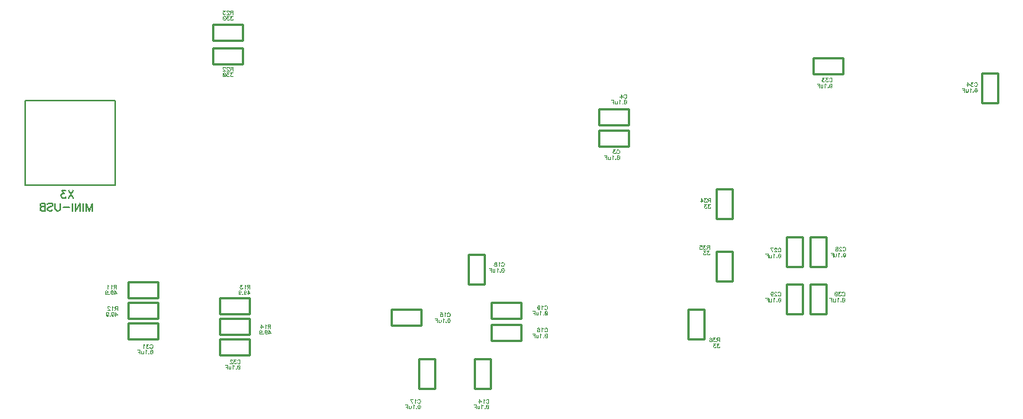
<source format=gbo>
G04*
G04  File:            ZXINET.GBO, Wed Apr 03 20:41:27 2019*
G04  Source:          P-CAD 2006 PCB, Version 19.02.958, (Z:\home\lvd\d\zxiznet\pcad\revD\zxinet.pcb)*
G04  Format:          Gerber Format (RS-274-D), ASCII*
G04*
G04  Format Options:  Absolute Positioning*
G04                   Leading-Zero Suppression*
G04                   Scale Factor 1:1*
G04                   NO Circular Interpolation*
G04                   Millimeter Units*
G04                   Numeric Format: 4.4 (XXXX.XXXX)*
G04                   G54 NOT Used for Aperture Change*
G04                   Apertures Embedded*
G04*
G04  File Options:    Offset = (0.000mm,0.000mm)*
G04                   Drill Symbol Size = 2.032mm*
G04                   No Pad/Via Holes*
G04*
G04  File Contents:   No Pads*
G04                   No Vias*
G04                   Designators*
G04                   Types*
G04                   Values*
G04                   No Drill Symbols*
G04                   Bot Silk*
G04*
%INZXINET.GBO*%
%ICAS*%
%MOMM*%
G04*
G04  Aperture MACROs for general use --- invoked via D-code assignment *
G04*
G04  General MACRO for flashed round with rotation and/or offset hole *
%AMROTOFFROUND*
1,1,$1,0.0000,0.0000*
1,0,$2,$3,$4*%
G04*
G04  General MACRO for flashed oval (obround) with rotation and/or offset hole *
%AMROTOFFOVAL*
21,1,$1,$2,0.0000,0.0000,$3*
1,1,$4,$5,$6*
1,1,$4,0-$5,0-$6*
1,0,$7,$8,$9*%
G04*
G04  General MACRO for flashed oval (obround) with rotation and no hole *
%AMROTOVALNOHOLE*
21,1,$1,$2,0.0000,0.0000,$3*
1,1,$4,$5,$6*
1,1,$4,0-$5,0-$6*%
G04*
G04  General MACRO for flashed rectangle with rotation and/or offset hole *
%AMROTOFFRECT*
21,1,$1,$2,0.0000,0.0000,$3*
1,0,$4,$5,$6*%
G04*
G04  General MACRO for flashed rectangle with rotation and no hole *
%AMROTRECTNOHOLE*
21,1,$1,$2,0.0000,0.0000,$3*%
G04*
G04  General MACRO for flashed rounded-rectangle *
%AMROUNDRECT*
21,1,$1,$2-$4,0.0000,0.0000,$3*
21,1,$1-$4,$2,0.0000,0.0000,$3*
1,1,$4,$5,$6*
1,1,$4,$7,$8*
1,1,$4,0-$5,0-$6*
1,1,$4,0-$7,0-$8*
1,0,$9,$10,$11*%
G04*
G04  General MACRO for flashed rounded-rectangle with rotation and no hole *
%AMROUNDRECTNOHOLE*
21,1,$1,$2-$4,0.0000,0.0000,$3*
21,1,$1-$4,$2,0.0000,0.0000,$3*
1,1,$4,$5,$6*
1,1,$4,$7,$8*
1,1,$4,0-$5,0-$6*
1,1,$4,0-$7,0-$8*%
G04*
G04  General MACRO for flashed regular polygon *
%AMREGPOLY*
5,1,$1,0.0000,0.0000,$2,$3+$4*
1,0,$5,$6,$7*%
G04*
G04  General MACRO for flashed regular polygon with no hole *
%AMREGPOLYNOHOLE*
5,1,$1,0.0000,0.0000,$2,$3+$4*%
G04*
G04  General MACRO for target *
%AMTARGET*
6,0,0,$1,$2,$3,4,$4,$5,$6*%
G04*
G04  General MACRO for mounting hole *
%AMMTHOLE*
1,1,$1,0,0*
1,0,$2,0,0*
$1=$1-$2*
$1=$1/2*
21,1,$2+$1,$3,0,0,$4*
21,1,$3,$2+$1,0,0,$4*%
G04*
G04*
G04  D10 : "Ellipse X0.254mm Y0.254mm H0.000mm 0.0deg (0.000mm,0.000mm) Draw"*
G04  Disc: OuterDia=0.2540*
%ADD10C, 0.2540*%
G04  D11 : "Ellipse X0.381mm Y0.381mm H0.000mm 0.0deg (0.000mm,0.000mm) Draw"*
G04  Disc: OuterDia=0.3810*
%ADD11C, 0.3810*%
G04  D12 : "Ellipse X0.500mm Y0.500mm H0.000mm 0.0deg (0.000mm,0.000mm) Draw"*
G04  Disc: OuterDia=0.5000*
%ADD12C, 0.5000*%
G04  D13 : "Ellipse X0.070mm Y0.070mm H0.000mm 0.0deg (0.000mm,0.000mm) Draw"*
G04  Disc: OuterDia=0.0700*
%ADD13C, 0.0700*%
G04  D14 : "Ellipse X0.600mm Y0.600mm H0.000mm 0.0deg (0.000mm,0.000mm) Draw"*
G04  Disc: OuterDia=0.6000*
%ADD14C, 0.6000*%
G04  D15 : "Ellipse X0.700mm Y0.700mm H0.000mm 0.0deg (0.000mm,0.000mm) Draw"*
G04  Disc: OuterDia=0.7000*
%ADD15C, 0.7000*%
G04  D16 : "Ellipse X0.100mm Y0.100mm H0.000mm 0.0deg (0.000mm,0.000mm) Draw"*
G04  Disc: OuterDia=0.1000*
%ADD16C, 0.1000*%
G04  D17 : "Ellipse X1.000mm Y1.000mm H0.000mm 0.0deg (0.000mm,0.000mm) Draw"*
G04  Disc: OuterDia=1.0000*
%ADD17C, 1.0000*%
G04  D18 : "Ellipse X0.127mm Y0.127mm H0.000mm 0.0deg (0.000mm,0.000mm) Draw"*
G04  Disc: OuterDia=0.1270*
%ADD18C, 0.1270*%
G04  D19 : "Ellipse X0.150mm Y0.150mm H0.000mm 0.0deg (0.000mm,0.000mm) Draw"*
G04  Disc: OuterDia=0.1500*
%ADD19C, 0.1500*%
G04  D20 : "Ellipse X0.200mm Y0.200mm H0.000mm 0.0deg (0.000mm,0.000mm) Draw"*
G04  Disc: OuterDia=0.2000*
%ADD20C, 0.2000*%
G04  D21 : "Ellipse X0.250mm Y0.250mm H0.000mm 0.0deg (0.000mm,0.000mm) Draw"*
G04  Disc: OuterDia=0.2500*
%ADD21C, 0.2500*%
G04  D22 : "Ellipse X0.250mm Y0.250mm H0.000mm 0.0deg (0.000mm,0.000mm) Draw"*
G04  Disc: OuterDia=0.2500*
%ADD22C, 0.2500*%
G04  D23 : "Ellipse X2.581mm Y2.581mm H0.000mm 0.0deg (0.000mm,0.000mm) Flash"*
G04  Disc: OuterDia=2.5810*
%ADD23C, 2.5810*%
G04  D24 : "Ellipse X3.581mm Y3.581mm H0.000mm 0.0deg (0.000mm,0.000mm) Flash"*
G04  Disc: OuterDia=3.5810*
%ADD24C, 3.5810*%
G04  D25 : "Ellipse X3.600mm Y3.600mm H0.000mm 0.0deg (0.000mm,0.000mm) Flash"*
G04  Disc: OuterDia=3.6000*
%ADD25C, 3.6000*%
G04  D26 : "Ellipse X3.981mm Y3.981mm H0.000mm 0.0deg (0.000mm,0.000mm) Flash"*
G04  Disc: OuterDia=3.9810*
%ADD26C, 3.9810*%
G04  D27 : "Ellipse X0.981mm Y0.981mm H0.000mm 0.0deg (0.000mm,0.000mm) Flash"*
G04  Disc: OuterDia=0.9810*
%ADD27C, 0.9810*%
G04  D28 : "Ellipse X1.381mm Y1.381mm H0.000mm 0.0deg (0.000mm,0.000mm) Flash"*
G04  Disc: OuterDia=1.3810*
%ADD28C, 1.3810*%
G04  D29 : "Ellipse X1.400mm Y1.400mm H0.000mm 0.0deg (0.000mm,0.000mm) Flash"*
G04  Disc: OuterDia=1.4000*
%ADD29C, 1.4000*%
G04  D30 : "Ellipse X1.500mm Y1.500mm H0.000mm 0.0deg (0.000mm,0.000mm) Flash"*
G04  Disc: OuterDia=1.5000*
%ADD30C, 1.5000*%
G04  D31 : "Ellipse X1.524mm Y1.524mm H0.000mm 0.0deg (0.000mm,0.000mm) Flash"*
G04  Disc: OuterDia=1.5240*
%ADD31C, 1.5240*%
G04  D32 : "Ellipse X1.600mm Y1.600mm H0.000mm 0.0deg (0.000mm,0.000mm) Flash"*
G04  Disc: OuterDia=1.6000*
%ADD32C, 1.6000*%
G04  D33 : "Ellipse X1.700mm Y1.700mm H0.000mm 0.0deg (0.000mm,0.000mm) Flash"*
G04  Disc: OuterDia=1.7000*
%ADD33C, 1.7000*%
G04  D34 : "Ellipse X1.781mm Y1.781mm H0.000mm 0.0deg (0.000mm,0.000mm) Flash"*
G04  Disc: OuterDia=1.7810*
%ADD34C, 1.7810*%
G04  D35 : "Ellipse X1.881mm Y1.881mm H0.000mm 0.0deg (0.000mm,0.000mm) Flash"*
G04  Disc: OuterDia=1.8810*
%ADD35C, 1.8810*%
G04  D36 : "Ellipse X1.905mm Y1.905mm H0.000mm 0.0deg (0.000mm,0.000mm) Flash"*
G04  Disc: OuterDia=1.9050*
%ADD36C, 1.9050*%
G04  D37 : "Ellipse X1.981mm Y1.981mm H0.000mm 0.0deg (0.000mm,0.000mm) Flash"*
G04  Disc: OuterDia=1.9810*
%ADD37C, 1.9810*%
G04  D38 : "Ellipse X2.081mm Y2.081mm H0.000mm 0.0deg (0.000mm,0.000mm) Flash"*
G04  Disc: OuterDia=2.0810*
%ADD38C, 2.0810*%
G04  D39 : "Ellipse X2.200mm Y2.200mm H0.000mm 0.0deg (0.000mm,0.000mm) Flash"*
G04  Disc: OuterDia=2.2000*
%ADD39C, 2.2000*%
G04  D40 : "Mounting Hole X3.200mm Y3.200mm H0.000mm 0.0deg (0.000mm,0.000mm) Flash"*
G04  Mounting Hole: Diameter=3.2000, Rotation=0.0, LineWidth=0.1270 *
%ADD40MTHOLE, 3.2000 X2.6920 X0.1270 X0.0*%
G04  D41 : "Mounting Hole X0.600mm Y0.600mm H0.000mm 0.0deg (0.000mm,0.000mm) Flash"*
G04  Mounting Hole: Diameter=0.6000, Rotation=0.0, LineWidth=0.1270 *
%ADD41MTHOLE, 0.6000 X0.0920 X0.1270 X0.0*%
G04  D42 : "Mounting Hole X1.000mm Y1.000mm H0.000mm 0.0deg (0.000mm,0.000mm) Flash"*
G04  Mounting Hole: Diameter=1.0000, Rotation=0.0, LineWidth=0.1270 *
%ADD42MTHOLE, 1.0000 X0.4920 X0.1270 X0.0*%
G04  D43 : "Rounded Rectangle X2.581mm Y2.381mm H0.000mm 0.0deg (0.000mm,0.000mm) Flash"*
G04  RoundRct: DimX=2.5810, DimY=2.3810, CornerRad=0.5953, Rotation=0.0, OffsetX=0.0000, OffsetY=0.0000, HoleDia=0.0000 *
%ADD43ROUNDRECTNOHOLE, 2.5810 X2.3810 X0.0 X1.1905 X-0.6953 X-0.5953 X-0.6953 X0.5953*%
G04  D44 : "Rounded Rectangle X2.881mm Y2.881mm H0.000mm 0.0deg (0.000mm,0.000mm) Flash"*
G04  RoundRct: DimX=2.8810, DimY=2.8810, CornerRad=0.7203, Rotation=0.0, OffsetX=0.0000, OffsetY=0.0000, HoleDia=0.0000 *
%ADD44ROUNDRECTNOHOLE, 2.8810 X2.8810 X0.0 X1.4405 X-0.7203 X-0.7203 X-0.7203 X0.7203*%
G04  D45 : "Rounded Rectangle X3.000mm Y1.600mm H0.000mm 0.0deg (0.000mm,0.000mm) Flash"*
G04  RoundRct: DimX=3.0000, DimY=1.6000, CornerRad=0.4000, Rotation=0.0, OffsetX=0.0000, OffsetY=0.0000, HoleDia=0.0000 *
%ADD45ROUNDRECTNOHOLE, 3.0000 X1.6000 X0.0 X0.8000 X-1.1000 X-0.4000 X-1.1000 X0.4000*%
G04  D46 : "Rounded Rectangle X2.000mm Y3.000mm H0.000mm 0.0deg (0.000mm,0.000mm) Flash"*
G04  RoundRct: DimX=2.0000, DimY=3.0000, CornerRad=0.5000, Rotation=0.0, OffsetX=0.0000, OffsetY=0.0000, HoleDia=0.0000 *
%ADD46ROUNDRECTNOHOLE, 2.0000 X3.0000 X0.0 X1.0000 X-0.5000 X-1.0000 X-0.5000 X1.0000*%
G04  D47 : "Rounded Rectangle X3.381mm Y1.981mm H0.000mm 0.0deg (0.000mm,0.000mm) Flash"*
G04  RoundRct: DimX=3.3810, DimY=1.9810, CornerRad=0.4953, Rotation=0.0, OffsetX=0.0000, OffsetY=0.0000, HoleDia=0.0000 *
%ADD47ROUNDRECTNOHOLE, 3.3810 X1.9810 X0.0 X0.9905 X-1.1953 X-0.4953 X-1.1953 X0.4953*%
G04  D48 : "Rounded Rectangle X2.381mm Y3.381mm H0.000mm 0.0deg (0.000mm,0.000mm) Flash"*
G04  RoundRct: DimX=2.3810, DimY=3.3810, CornerRad=0.5953, Rotation=0.0, OffsetX=0.0000, OffsetY=0.0000, HoleDia=0.0000 *
%ADD48ROUNDRECTNOHOLE, 2.3810 X3.3810 X0.0 X1.1905 X-0.5953 X-1.0953 X-0.5953 X1.0953*%
G04  D49 : "Rounded Rectangle X2.000mm Y0.500mm H0.000mm 0.0deg (0.000mm,0.000mm) Flash"*
G04  RoundRct: DimX=2.0000, DimY=0.5000, CornerRad=0.1250, Rotation=0.0, OffsetX=0.0000, OffsetY=0.0000, HoleDia=0.0000 *
%ADD49ROUNDRECTNOHOLE, 2.0000 X0.5000 X0.0 X0.2500 X-0.8750 X-0.1250 X-0.8750 X0.1250*%
G04  D50 : "Rounded Rectangle X6.200mm Y5.800mm H0.000mm 0.0deg (0.000mm,0.000mm) Flash"*
G04  RoundRct: DimX=6.2000, DimY=5.8000, CornerRad=1.4500, Rotation=0.0, OffsetX=0.0000, OffsetY=0.0000, HoleDia=0.0000 *
%ADD50ROUNDRECTNOHOLE, 6.2000 X5.8000 X0.0 X2.9000 X-1.6500 X-1.4500 X-1.6500 X1.4500*%
G04  D51 : "Rounded Rectangle X6.581mm Y6.181mm H0.000mm 0.0deg (0.000mm,0.000mm) Flash"*
G04  RoundRct: DimX=6.5810, DimY=6.1810, CornerRad=1.5453, Rotation=0.0, OffsetX=0.0000, OffsetY=0.0000, HoleDia=0.0000 *
%ADD51ROUNDRECTNOHOLE, 6.5810 X6.1810 X0.0 X3.0905 X-1.7453 X-1.5453 X-1.7453 X1.5453*%
G04  D52 : "Rounded Rectangle X1.300mm Y0.700mm H0.000mm 0.0deg (0.000mm,0.000mm) Flash"*
G04  RoundRct: DimX=1.3000, DimY=0.7000, CornerRad=0.1750, Rotation=0.0, OffsetX=0.0000, OffsetY=0.0000, HoleDia=0.0000 *
%ADD52ROUNDRECTNOHOLE, 1.3000 X0.7000 X0.0 X0.3500 X-0.4750 X-0.1750 X-0.4750 X0.1750*%
G04  D53 : "Rounded Rectangle X2.381mm Y0.881mm H0.000mm 0.0deg (0.000mm,0.000mm) Flash"*
G04  RoundRct: DimX=2.3810, DimY=0.8810, CornerRad=0.2203, Rotation=0.0, OffsetX=0.0000, OffsetY=0.0000, HoleDia=0.0000 *
%ADD53ROUNDRECTNOHOLE, 2.3810 X0.8810 X0.0 X0.4405 X-0.9703 X-0.2203 X-0.9703 X0.2203*%
G04  D54 : "Rounded Rectangle X1.681mm Y1.081mm H0.000mm 0.0deg (0.000mm,0.000mm) Flash"*
G04  RoundRct: DimX=1.6810, DimY=1.0810, CornerRad=0.2703, Rotation=0.0, OffsetX=0.0000, OffsetY=0.0000, HoleDia=0.0000 *
%ADD54ROUNDRECTNOHOLE, 1.6810 X1.0810 X0.0 X0.5405 X-0.5702 X-0.2703 X-0.5702 X0.2703*%
G04  D55 : "Rounded Rectangle X1.500mm Y2.000mm H0.000mm 0.0deg (0.000mm,0.000mm) Flash"*
G04  RoundRct: DimX=1.5000, DimY=2.0000, CornerRad=0.3750, Rotation=0.0, OffsetX=0.0000, OffsetY=0.0000, HoleDia=0.0000 *
%ADD55ROUNDRECTNOHOLE, 1.5000 X2.0000 X0.0 X0.7500 X-0.3750 X-0.6250 X-0.3750 X0.6250*%
G04  D56 : "Rounded Rectangle X2.000mm Y1.500mm H0.000mm 0.0deg (0.000mm,0.000mm) Flash"*
G04  RoundRct: DimX=2.0000, DimY=1.5000, CornerRad=0.3750, Rotation=0.0, OffsetX=0.0000, OffsetY=0.0000, HoleDia=0.0000 *
%ADD56ROUNDRECTNOHOLE, 2.0000 X1.5000 X0.0 X0.7500 X-0.6250 X-0.3750 X-0.6250 X0.3750*%
G04  D57 : "Rounded Rectangle X1.600mm Y0.300mm H0.000mm 0.0deg (0.000mm,0.000mm) Flash"*
G04  RoundRct: DimX=1.6000, DimY=0.3000, CornerRad=0.0750, Rotation=0.0, OffsetX=0.0000, OffsetY=0.0000, HoleDia=0.0000 *
%ADD57ROUNDRECTNOHOLE, 1.6000 X0.3000 X0.0 X0.1500 X-0.7250 X-0.0750 X-0.7250 X0.0750*%
G04  D58 : "Rounded Rectangle X0.300mm Y1.600mm H0.000mm 0.0deg (0.000mm,0.000mm) Flash"*
G04  RoundRct: DimX=0.3000, DimY=1.6000, CornerRad=0.0750, Rotation=0.0, OffsetX=0.0000, OffsetY=0.0000, HoleDia=0.0000 *
%ADD58ROUNDRECTNOHOLE, 0.3000 X1.6000 X0.0 X0.1500 X-0.0750 X-0.7250 X-0.0750 X0.7250*%
G04  D59 : "Rounded Rectangle X3.000mm Y1.700mm H0.000mm 0.0deg (0.000mm,0.000mm) Flash"*
G04  RoundRct: DimX=3.0000, DimY=1.7000, CornerRad=0.4250, Rotation=0.0, OffsetX=0.0000, OffsetY=0.0000, HoleDia=0.0000 *
%ADD59ROUNDRECTNOHOLE, 3.0000 X1.7000 X0.0 X0.8500 X-1.0750 X-0.4250 X-1.0750 X0.4250*%
G04  D60 : "Rounded Rectangle X1.881mm Y2.381mm H0.000mm 0.0deg (0.000mm,0.000mm) Flash"*
G04  RoundRct: DimX=1.8810, DimY=2.3810, CornerRad=0.4703, Rotation=0.0, OffsetX=0.0000, OffsetY=0.0000, HoleDia=0.0000 *
%ADD60ROUNDRECTNOHOLE, 1.8810 X2.3810 X0.0 X0.9405 X-0.4703 X-0.7203 X-0.4703 X0.7203*%
G04  D61 : "Rounded Rectangle X2.381mm Y1.881mm H0.000mm 0.0deg (0.000mm,0.000mm) Flash"*
G04  RoundRct: DimX=2.3810, DimY=1.8810, CornerRad=0.4703, Rotation=0.0, OffsetX=0.0000, OffsetY=0.0000, HoleDia=0.0000 *
%ADD61ROUNDRECTNOHOLE, 2.3810 X1.8810 X0.0 X0.9405 X-0.7203 X-0.4703 X-0.7203 X0.4703*%
G04  D62 : "Rounded Rectangle X1.981mm Y0.681mm H0.000mm 0.0deg (0.000mm,0.000mm) Flash"*
G04  RoundRct: DimX=1.9810, DimY=0.6810, CornerRad=0.1703, Rotation=0.0, OffsetX=0.0000, OffsetY=0.0000, HoleDia=0.0000 *
%ADD62ROUNDRECTNOHOLE, 1.9810 X0.6810 X0.0 X0.3405 X-0.8203 X-0.1703 X-0.8203 X0.1703*%
G04  D63 : "Rounded Rectangle X0.681mm Y1.981mm H0.000mm 0.0deg (0.000mm,0.000mm) Flash"*
G04  RoundRct: DimX=0.6810, DimY=1.9810, CornerRad=0.1703, Rotation=0.0, OffsetX=0.0000, OffsetY=0.0000, HoleDia=0.0000 *
%ADD63ROUNDRECTNOHOLE, 0.6810 X1.9810 X0.0 X0.3405 X-0.1703 X-0.8203 X-0.1703 X0.8203*%
G04  D64 : "Rounded Rectangle X3.000mm Y2.000mm H0.000mm 0.0deg (0.000mm,0.000mm) Flash"*
G04  RoundRct: DimX=3.0000, DimY=2.0000, CornerRad=0.5000, Rotation=0.0, OffsetX=0.0000, OffsetY=0.0000, HoleDia=0.0000 *
%ADD64ROUNDRECTNOHOLE, 3.0000 X2.0000 X0.0 X1.0000 X-1.0000 X-0.5000 X-1.0000 X0.5000*%
G04  D65 : "Rounded Rectangle X2.000mm Y0.650mm H0.000mm 0.0deg (0.000mm,0.000mm) Flash"*
G04  RoundRct: DimX=2.0000, DimY=0.6500, CornerRad=0.1625, Rotation=0.0, OffsetX=0.0000, OffsetY=0.0000, HoleDia=0.0000 *
%ADD65ROUNDRECTNOHOLE, 2.0000 X0.6500 X0.0 X0.3250 X-0.8375 X-0.1625 X-0.8375 X0.1625*%
G04  D66 : "Rounded Rectangle X2.000mm Y2.000mm H0.000mm 0.0deg (0.000mm,0.000mm) Flash"*
G04  RoundRct: DimX=2.0000, DimY=2.0000, CornerRad=0.5000, Rotation=0.0, OffsetX=0.0000, OffsetY=0.0000, HoleDia=0.0000 *
%ADD66ROUNDRECTNOHOLE, 2.0000 X2.0000 X0.0 X1.0000 X-0.5000 X-0.5000 X-0.5000 X0.5000*%
G04  D67 : "Rounded Rectangle X3.381mm Y2.081mm H0.000mm 0.0deg (0.000mm,0.000mm) Flash"*
G04  RoundRct: DimX=3.3810, DimY=2.0810, CornerRad=0.5202, Rotation=0.0, OffsetX=0.0000, OffsetY=0.0000, HoleDia=0.0000 *
%ADD67ROUNDRECTNOHOLE, 3.3810 X2.0810 X0.0 X1.0405 X-1.1703 X-0.5202 X-1.1703 X0.5202*%
G04  D68 : "Rounded Rectangle X2.200mm Y2.000mm H0.000mm 0.0deg (0.000mm,0.000mm) Flash"*
G04  RoundRct: DimX=2.2000, DimY=2.0000, CornerRad=0.5000, Rotation=0.0, OffsetX=0.0000, OffsetY=0.0000, HoleDia=0.0000 *
%ADD68ROUNDRECTNOHOLE, 2.2000 X2.0000 X0.0 X1.0000 X-0.6000 X-0.5000 X-0.6000 X0.5000*%
G04  D69 : "Rounded Rectangle X3.381mm Y2.381mm H0.000mm 0.0deg (0.000mm,0.000mm) Flash"*
G04  RoundRct: DimX=3.3810, DimY=2.3810, CornerRad=0.5953, Rotation=0.0, OffsetX=0.0000, OffsetY=0.0000, HoleDia=0.0000 *
%ADD69ROUNDRECTNOHOLE, 3.3810 X2.3810 X0.0 X1.1905 X-1.0953 X-0.5953 X-1.0953 X0.5953*%
G04  D70 : "Rounded Rectangle X2.381mm Y1.031mm H0.000mm 0.0deg (0.000mm,0.000mm) Flash"*
G04  RoundRct: DimX=2.3810, DimY=1.0310, CornerRad=0.2578, Rotation=0.0, OffsetX=0.0000, OffsetY=0.0000, HoleDia=0.0000 *
%ADD70ROUNDRECTNOHOLE, 2.3810 X1.0310 X0.0 X0.5155 X-0.9328 X-0.2578 X-0.9328 X0.2578*%
G04  D71 : "Rounded Rectangle X2.381mm Y2.381mm H0.000mm 0.0deg (0.000mm,0.000mm) Flash"*
G04  RoundRct: DimX=2.3810, DimY=2.3810, CornerRad=0.5953, Rotation=0.0, OffsetX=0.0000, OffsetY=0.0000, HoleDia=0.0000 *
%ADD71ROUNDRECTNOHOLE, 2.3810 X2.3810 X0.0 X1.1905 X-0.5953 X-0.5953 X-0.5953 X0.5953*%
G04  D72 : "Rounded Rectangle X2.500mm Y2.500mm H0.000mm 0.0deg (0.000mm,0.000mm) Flash"*
G04  RoundRct: DimX=2.5000, DimY=2.5000, CornerRad=0.6250, Rotation=0.0, OffsetX=0.0000, OffsetY=0.0000, HoleDia=0.0000 *
%ADD72ROUNDRECTNOHOLE, 2.5000 X2.5000 X0.0 X1.2500 X-0.6250 X-0.6250 X-0.6250 X0.6250*%
G04  D73 : "Rectangle X1.500mm Y10.000mm H0.000mm 0.0deg (0.000mm,0.000mm) Flash"*
G04  Rectangular: DimX=1.5000, DimY=10.0000, Rotation=0.0, OffsetX=0.0000, OffsetY=0.0000, HoleDia=0.0000 *
%ADD73R, 1.5000 X10.0000*%
G04  D74 : "Rectangle X1.500mm Y1.500mm H0.000mm 0.0deg (0.000mm,0.000mm) Flash"*
G04  Square: Side=1.5000, Rotation=0.0, OffsetX=0.0000, OffsetY=0.0000, HoleDia=0.0000*
%ADD74R, 1.5000 X1.5000*%
G04  D75 : "Rectangle X1.524mm Y1.524mm H0.000mm 0.0deg (0.000mm,0.000mm) Flash"*
G04  Square: Side=1.5240, Rotation=0.0, OffsetX=0.0000, OffsetY=0.0000, HoleDia=0.0000*
%ADD75R, 1.5240 X1.5240*%
G04  D76 : "Rectangle X1.600mm Y0.300mm H0.000mm 0.0deg (0.000mm,0.000mm) Flash"*
G04  Rectangular: DimX=1.6000, DimY=0.3000, Rotation=0.0, OffsetX=0.0000, OffsetY=0.0000, HoleDia=0.0000 *
%ADD76R, 1.6000 X0.3000*%
G04  D77 : "Rectangle X0.300mm Y1.600mm H0.000mm 0.0deg (0.000mm,0.000mm) Flash"*
G04  Rectangular: DimX=0.3000, DimY=1.6000, Rotation=0.0, OffsetX=0.0000, OffsetY=0.0000, HoleDia=0.0000 *
%ADD77R, 0.3000 X1.6000*%
G04  D78 : "Rectangle X1.600mm Y1.600mm H0.000mm 0.0deg (0.000mm,0.000mm) Flash"*
G04  Square: Side=1.6000, Rotation=0.0, OffsetX=0.0000, OffsetY=0.0000, HoleDia=0.0000*
%ADD78R, 1.6000 X1.6000*%
G04  D79 : "Rectangle X1.881mm Y10.381mm H0.000mm 0.0deg (0.000mm,0.000mm) Flash"*
G04  Rectangular: DimX=1.8810, DimY=10.3810, Rotation=0.0, OffsetX=0.0000, OffsetY=0.0000, HoleDia=0.0000 *
%ADD79R, 1.8810 X10.3810*%
G04  D80 : "Rectangle X1.881mm Y1.881mm H0.000mm 0.0deg (0.000mm,0.000mm) Flash"*
G04  Square: Side=1.8810, Rotation=0.0, OffsetX=0.0000, OffsetY=0.0000, HoleDia=0.0000*
%ADD80R, 1.8810 X1.8810*%
G04  D81 : "Rectangle X1.905mm Y1.905mm H0.000mm 0.0deg (0.000mm,0.000mm) Flash"*
G04  Square: Side=1.9050, Rotation=0.0, OffsetX=0.0000, OffsetY=0.0000, HoleDia=0.0000*
%ADD81R, 1.9050 X1.9050*%
G04  D82 : "Rectangle X1.981mm Y0.681mm H0.000mm 0.0deg (0.000mm,0.000mm) Flash"*
G04  Rectangular: DimX=1.9810, DimY=0.6810, Rotation=0.0, OffsetX=0.0000, OffsetY=0.0000, HoleDia=0.0000 *
%ADD82R, 1.9810 X0.6810*%
G04  D83 : "Rectangle X0.681mm Y1.981mm H0.000mm 0.0deg (0.000mm,0.000mm) Flash"*
G04  Rectangular: DimX=0.6810, DimY=1.9810, Rotation=0.0, OffsetX=0.0000, OffsetY=0.0000, HoleDia=0.0000 *
%ADD83R, 0.6810 X1.9810*%
G04  D84 : "Rectangle X1.981mm Y1.981mm H0.000mm 0.0deg (0.000mm,0.000mm) Flash"*
G04  Square: Side=1.9810, Rotation=0.0, OffsetX=0.0000, OffsetY=0.0000, HoleDia=0.0000*
%ADD84R, 1.9810 X1.9810*%
G04  D85 : "Ellipse X5.500mm Y5.500mm H0.000mm 0.0deg (0.000mm,0.000mm) Flash"*
G04  Disc: OuterDia=5.5000*
%ADD85C, 5.5000*%
G04  D86 : "Ellipse X5.881mm Y5.881mm H0.000mm 0.0deg (0.000mm,0.000mm) Flash"*
G04  Disc: OuterDia=5.8810*
%ADD86C, 5.8810*%
G04  D87 : "Ellipse X1.000mm Y1.000mm H0.000mm 0.0deg (0.000mm,0.000mm) Flash"*
G04  Disc: OuterDia=1.0000*
%ADD87C, 1.0000*%
G04*
%FSLAX44Y44*%
%SFA1B1*%
%OFA0.000B0.000*%
G04*
G71*
G90*
G01*
D2*
%LNBot Silk*%
D22*
X793590Y4424280*
Y4442060D1*
X826610D2*
Y4424280D1*
X793590Y4442060D2*
X826610D1*
Y4424280D2*
X793590D1*
D2*
D10*
D16*
X821398Y4457309*
X821602Y4457716D1*
X822009Y4458123*
X822415Y4458326*
X823229*
X823636Y4458123*
X824043Y4457716*
X824246Y4457309*
X824449Y4456699*
Y4455682*
X824246Y4455072*
X824043Y4454665*
X823636Y4454258*
X823229Y4454055*
X822415*
X822009Y4454258*
X821602Y4454665*
X821398Y4455072*
X818144Y4454055D2*
Y4458326D1*
X820178Y4455479*
X817127*
X823253Y4451902D2*
X823855Y4451701D1*
X824257Y4451099*
X824457Y4450095*
Y4449493*
X824257Y4448489*
X823855Y4447887*
X823253Y4447686*
X822851*
X822249Y4447887*
X821848Y4448489*
X821647Y4449493*
Y4450095*
X821848Y4451099*
X822249Y4451701*
X822851Y4451902*
X823253*
X821848Y4451099D2*
X824257Y4448489D1*
X820041Y4448088D2*
X820242Y4447887D1*
X820041Y4447686*
X819840Y4447887*
X820041Y4448088*
X817833Y4451099D2*
X817431Y4451300D1*
X816829Y4451902*
Y4447686*
X814219Y4450497D2*
Y4448489D1*
X814019Y4447887*
X813617Y4447686*
X813015*
X812613Y4447887*
X812011Y4448489*
Y4450497D2*
Y4447686D1*
X807796Y4451902D2*
X810405D1*
Y4447686*
Y4449895D2*
X808799D1*
D2*
D22*
X656110Y4164540*
X673890D1*
Y4131520D2*
X656110D1*
X673890Y4164540D2*
Y4131520D1*
X656110D2*
Y4164540D1*
D2*
D10*
D16*
X668558Y4118441*
X668760Y4118845D1*
X669163Y4119248*
X669567Y4119450*
X670374*
X670777Y4119248*
X671181Y4118845*
X671383Y4118441*
X671584Y4117836*
Y4116827*
X671383Y4116222*
X671181Y4115819*
X670777Y4115415*
X670374Y4115213*
X669567*
X669163Y4115415*
X668760Y4115819*
X668558Y4116222*
X666743Y4118643D2*
X666339Y4118845D1*
X665734Y4119450*
Y4115213*
X661296D2*
Y4119450D1*
X663313Y4116626*
X660287*
X670383Y4113072D2*
X670985Y4112871D1*
X671387Y4112269*
X671587Y4111265*
Y4110663*
X671387Y4109659*
X670985Y4109057*
X670383Y4108856*
X669981*
X669379Y4109057*
X668978Y4109659*
X668777Y4110663*
Y4111265*
X668978Y4112269*
X669379Y4112871*
X669981Y4113072*
X670383*
X668978Y4112269D2*
X671387Y4109659D1*
X667171Y4109258D2*
X667372Y4109057D1*
X667171Y4108856*
X666970Y4109057*
X667171Y4109258*
X664963Y4112269D2*
X664561Y4112470D1*
X663959Y4113072*
Y4108856*
X661349Y4111667D2*
Y4109659D1*
X661149Y4109057*
X660747Y4108856*
X660145*
X659743Y4109057*
X659141Y4109659*
Y4111667D2*
Y4108856D1*
X654926Y4113072D2*
X657535D1*
Y4108856*
Y4111065D2*
X655929D1*
D2*
D22*
X826670Y4418060*
Y4400280D1*
X793650D2*
Y4418060D1*
X826670Y4400280D2*
X793650D1*
Y4418060D2*
X826670D1*
D2*
D10*
D16*
X813658Y4395649*
X813862Y4396056D1*
X814269Y4396463*
X814675Y4396666*
X815489*
X815896Y4396463*
X816303Y4396056*
X816506Y4395649*
X816709Y4395039*
Y4394022*
X816506Y4393412*
X816303Y4393005*
X815896Y4392598*
X815489Y4392395*
X814675*
X814269Y4392598*
X813862Y4393005*
X813658Y4393412*
X812031Y4396666D2*
X809794D1*
X811014Y4395039*
X810404*
X809997Y4394836*
X809794Y4394632*
X809591Y4394022*
Y4393615*
X809794Y4393005*
X810201Y4392598*
X810811Y4392395*
X811421*
X812031Y4392598*
X812235Y4392802*
X812438Y4393208*
X815513Y4390242D2*
X816115Y4390041D1*
X816517Y4389439*
X816717Y4388435*
Y4387833*
X816517Y4386829*
X816115Y4386227*
X815513Y4386026*
X815111*
X814509Y4386227*
X814108Y4386829*
X813907Y4387833*
Y4388435*
X814108Y4389439*
X814509Y4390041*
X815111Y4390242*
X815513*
X814108Y4389439D2*
X816517Y4386829D1*
X812301Y4386428D2*
X812502Y4386227D1*
X812301Y4386026*
X812100Y4386227*
X812301Y4386428*
X810093Y4389439D2*
X809691Y4389640D1*
X809089Y4390242*
Y4386026*
X806479Y4388837D2*
Y4386829D1*
X806279Y4386227*
X805877Y4386026*
X805275*
X804873Y4386227*
X804271Y4386829*
Y4388837D2*
Y4386026D1*
X800056Y4390242D2*
X802665D1*
Y4386026*
Y4388235D2*
X801059D1*
D2*
D22*
X271460Y4232110*
Y4249890D1*
X304480D2*
Y4232110D1*
X271460Y4249890D2*
X304480D1*
Y4232110D2*
X271460D1*
D2*
D10*
D16*
X258383Y4244433*
X256567D1*
X255962Y4244634*
X255760Y4244836*
X255558Y4245240*
Y4245643*
X255760Y4246047*
X255962Y4246248*
X256567Y4246450*
X258383*
Y4242213*
X256970Y4244433D2*
X255558Y4242213D1*
X253743Y4245643D2*
X253339Y4245845D1*
X252734Y4246450*
Y4242213*
X249708Y4245643D2*
X249304Y4245845D1*
X248699Y4246450*
Y4242213*
X256573Y4235860D2*
Y4240088D1*
X258586Y4237269*
X255566*
X251942Y4238679D2*
X252144Y4238075D1*
X252546Y4237672*
X253150Y4237471*
X253352*
X253956Y4237672*
X254358Y4238075*
X254559Y4238679*
Y4238880*
X254358Y4239484*
X253956Y4239887*
X253352Y4240088*
X253150*
X252546Y4239887*
X252144Y4239484*
X251942Y4238679*
Y4237672*
X252144Y4236666*
X252546Y4236062*
X253150Y4235860*
X253553*
X254157Y4236062*
X254358Y4236464*
X250131Y4236263D2*
X250332Y4236062D1*
X250131Y4235860*
X249929Y4236062*
X250131Y4236263*
X245903Y4238679D2*
X246104Y4238075D1*
X246507Y4237672*
X247111Y4237471*
X247312*
X247916Y4237672*
X248319Y4238075*
X248520Y4238679*
Y4238880*
X248319Y4239484*
X247916Y4239887*
X247312Y4240088*
X247111*
X246507Y4239887*
X246104Y4239484*
X245903Y4238679*
Y4237672*
X246104Y4236666*
X246507Y4236062*
X247111Y4235860*
X247513*
X248117Y4236062*
X248319Y4236464*
D2*
D22*
X271460Y4209110*
Y4226890D1*
X304480D2*
Y4209110D1*
X271460Y4226890D2*
X304480D1*
Y4209110D2*
X271460D1*
D2*
D10*
D16*
X259383Y4220433*
X257567D1*
X256962Y4220634*
X256760Y4220836*
X256558Y4221240*
Y4221643*
X256760Y4222047*
X256962Y4222248*
X257567Y4222450*
X259383*
Y4218213*
X257970Y4220433D2*
X256558Y4218213D1*
X254743Y4221643D2*
X254339Y4221845D1*
X253734Y4222450*
Y4218213*
X251111Y4221441D2*
Y4221643D1*
X250909Y4222047*
X250708Y4222248*
X250304Y4222450*
X249497*
X249094Y4222248*
X248892Y4222047*
X248690Y4221643*
Y4221240*
X248892Y4220836*
X249296Y4220231*
X251313Y4218213*
X248489*
X257573Y4211860D2*
Y4216088D1*
X259586Y4213269*
X256566*
X252942Y4214679D2*
X253144Y4214075D1*
X253546Y4213672*
X254150Y4213471*
X254352*
X254956Y4213672*
X255358Y4214075*
X255559Y4214679*
Y4214880*
X255358Y4215484*
X254956Y4215887*
X254352Y4216088*
X254150*
X253546Y4215887*
X253144Y4215484*
X252942Y4214679*
Y4213672*
X253144Y4212666*
X253546Y4212062*
X254150Y4211860*
X254553*
X255157Y4212062*
X255358Y4212464*
X251131Y4212263D2*
X251332Y4212062D1*
X251131Y4211860*
X250929Y4212062*
X251131Y4212263*
X246903Y4214679D2*
X247104Y4214075D1*
X247507Y4213672*
X248111Y4213471*
X248312*
X248916Y4213672*
X249319Y4214075*
X249520Y4214679*
Y4214880*
X249319Y4215484*
X248916Y4215887*
X248312Y4216088*
X248111*
X247507Y4215887*
X247104Y4215484*
X246903Y4214679*
Y4213672*
X247104Y4212666*
X247507Y4212062*
X248111Y4211860*
X248513*
X249117Y4212062*
X249319Y4212464*
D2*
D22*
X406540Y4185890*
Y4168110D1*
X373520D2*
Y4185890D1*
X406540Y4168110D2*
X373520D1*
Y4185890D2*
X406540D1*
D2*
D10*
D16*
X392558Y4162441*
X392760Y4162845D1*
X393163Y4163248*
X393567Y4163450*
X394374*
X394777Y4163248*
X395181Y4162845*
X395383Y4162441*
X395584Y4161836*
Y4160827*
X395383Y4160222*
X395181Y4159819*
X394777Y4159415*
X394374Y4159213*
X393567*
X393163Y4159415*
X392760Y4159819*
X392558Y4160222*
X390944Y4163450D2*
X388725D1*
X389936Y4161836*
X389330*
X388927Y4161634*
X388725Y4161433*
X388523Y4160827*
Y4160424*
X388725Y4159819*
X389129Y4159415*
X389734Y4159213*
X390339*
X390944Y4159415*
X391146Y4159617*
X391348Y4160020*
X387111Y4162441D2*
Y4162643D1*
X386909Y4163047*
X386708Y4163248*
X386304Y4163450*
X385497*
X385094Y4163248*
X384892Y4163047*
X384690Y4162643*
Y4162240*
X384892Y4161836*
X385296Y4161231*
X387313Y4159213*
X384489*
X394383Y4157072D2*
X394985Y4156871D1*
X395387Y4156269*
X395587Y4155265*
Y4154663*
X395387Y4153659*
X394985Y4153057*
X394383Y4152856*
X393981*
X393379Y4153057*
X392978Y4153659*
X392777Y4154663*
Y4155265*
X392978Y4156269*
X393379Y4156871*
X393981Y4157072*
X394383*
X392978Y4156269D2*
X395387Y4153659D1*
X391171Y4153258D2*
X391372Y4153057D1*
X391171Y4152856*
X390970Y4153057*
X391171Y4153258*
X388963Y4156269D2*
X388561Y4156470D1*
X387959Y4157072*
Y4152856*
X385349Y4155667D2*
Y4153659D1*
X385149Y4153057*
X384747Y4152856*
X384145*
X383743Y4153057*
X383141Y4153659*
Y4155667D2*
Y4152856D1*
X378926Y4157072D2*
X381535D1*
Y4152856*
Y4155065D2*
X379929D1*
D2*
D22*
X406540Y4231890*
Y4214110D1*
X373520D2*
Y4231890D1*
X406540Y4214110D2*
X373520D1*
Y4231890D2*
X406540D1*
D2*
D10*
D16*
X406383Y4244433*
X404567D1*
X403962Y4244634*
X403760Y4244836*
X403558Y4245240*
Y4245643*
X403760Y4246047*
X403962Y4246248*
X404567Y4246450*
X406383*
Y4242213*
X404970Y4244433D2*
X403558Y4242213D1*
X401743Y4245643D2*
X401339Y4245845D1*
X400734Y4246450*
Y4242213*
X397909Y4246450D2*
X395690D1*
X396901Y4244836*
X396296*
X395892Y4244634*
X395690Y4244433*
X395489Y4243827*
Y4243424*
X395690Y4242819*
X396094Y4242415*
X396699Y4242213*
X397304*
X397909Y4242415*
X398111Y4242617*
X398313Y4243020*
X404573Y4235860D2*
Y4240088D1*
X406586Y4237269*
X403566*
X399942Y4238679D2*
X400144Y4238075D1*
X400546Y4237672*
X401150Y4237471*
X401352*
X401956Y4237672*
X402358Y4238075*
X402559Y4238679*
Y4238880*
X402358Y4239484*
X401956Y4239887*
X401352Y4240088*
X401150*
X400546Y4239887*
X400144Y4239484*
X399942Y4238679*
Y4237672*
X400144Y4236666*
X400546Y4236062*
X401150Y4235860*
X401553*
X402157Y4236062*
X402358Y4236464*
X398131Y4236263D2*
X398332Y4236062D1*
X398131Y4235860*
X397929Y4236062*
X398131Y4236263*
X393903Y4238679D2*
X394104Y4238075D1*
X394507Y4237672*
X395111Y4237471*
X395312*
X395916Y4237672*
X396319Y4238075*
X396520Y4238679*
Y4238880*
X396319Y4239484*
X395916Y4239887*
X395312Y4240088*
X395111*
X394507Y4239887*
X394104Y4239484*
X393903Y4238679*
Y4237672*
X394104Y4236666*
X394507Y4236062*
X395111Y4235860*
X395513*
X396117Y4236062*
X396319Y4236464*
D2*
D22*
X596540Y4218890*
Y4201110D1*
X563520D2*
Y4218890D1*
X596540Y4201110D2*
X563520D1*
Y4218890D2*
X596540D1*
D2*
D10*
D16*
X625558Y4214441*
X625760Y4214845D1*
X626163Y4215248*
X626567Y4215450*
X627374*
X627777Y4215248*
X628181Y4214845*
X628383Y4214441*
X628584Y4213836*
Y4212827*
X628383Y4212222*
X628181Y4211819*
X627777Y4211415*
X627374Y4211213*
X626567*
X626163Y4211415*
X625760Y4211819*
X625558Y4212222*
X623743Y4214643D2*
X623339Y4214845D1*
X622734Y4215450*
Y4211213*
X617892Y4215450D2*
X619909D1*
X620111Y4213634*
X619909Y4213836*
X619304Y4214038*
X618699*
X618094Y4213836*
X617690Y4213433*
X617489Y4212827*
Y4212424*
X617690Y4211819*
X618094Y4211415*
X618699Y4211213*
X619304*
X619909Y4211415*
X620111Y4211617*
X620313Y4212020*
X627383Y4209072D2*
X627985Y4208871D1*
X628387Y4208269*
X628587Y4207265*
Y4206663*
X628387Y4205659*
X627985Y4205057*
X627383Y4204856*
X626981*
X626379Y4205057*
X625978Y4205659*
X625777Y4206663*
Y4207265*
X625978Y4208269*
X626379Y4208871*
X626981Y4209072*
X627383*
X625978Y4208269D2*
X628387Y4205659D1*
X624171Y4205258D2*
X624372Y4205057D1*
X624171Y4204856*
X623970Y4205057*
X624171Y4205258*
X621963Y4208269D2*
X621561Y4208470D1*
X620959Y4209072*
Y4204856*
X618349Y4207667D2*
Y4205659D1*
X618149Y4205057*
X617747Y4204856*
X617145*
X616743Y4205057*
X616141Y4205659*
Y4207667D2*
Y4204856D1*
X611926Y4209072D2*
X614535D1*
Y4204856*
Y4207065D2*
X612929D1*
D2*
D22*
X398540Y4535890*
Y4518110D1*
X365520D2*
Y4535890D1*
X398540Y4518110D2*
X365520D1*
Y4535890D2*
X398540D1*
D2*
D10*
D16*
X387383Y4549433*
X385567D1*
X384962Y4549634*
X384760Y4549836*
X384558Y4550240*
Y4550643*
X384760Y4551047*
X384962Y4551248*
X385567Y4551450*
X387383*
Y4547213*
X385970Y4549433D2*
X384558Y4547213D1*
X383146Y4550441D2*
Y4550643D1*
X382944Y4551047*
X382743Y4551248*
X382339Y4551450*
X381532*
X381129Y4551248*
X380927Y4551047*
X380725Y4550643*
Y4550240*
X380927Y4549836*
X381330Y4549231*
X383348Y4547213*
X380523*
X378909Y4551450D2*
X376690D1*
X377901Y4549836*
X377296*
X376892Y4549634*
X376690Y4549433*
X376489Y4548827*
Y4548424*
X376690Y4547819*
X377094Y4547415*
X377699Y4547213*
X378304*
X378909Y4547415*
X379111Y4547617*
X379313Y4548020*
X387181Y4545102D2*
X384961D1*
X386172Y4543487*
X385566*
X385163Y4543285*
X384961Y4543084*
X384759Y4542478*
Y4542075*
X384961Y4541469*
X385364Y4541066*
X385970Y4540864*
X386575*
X387181Y4541066*
X387382Y4541267*
X387584Y4541671*
X383145Y4545102D2*
X380925D1*
X382136Y4543487*
X381530*
X381127Y4543285*
X380925Y4543084*
X380723Y4542478*
Y4542075*
X380925Y4541469*
X381328Y4541066*
X381934Y4540864*
X382539*
X383145Y4541066*
X383346Y4541267*
X383548Y4541671*
X378301Y4545102D2*
X378907Y4544900D1*
X379310Y4544294*
X379512Y4543285*
Y4542680*
X379310Y4541671*
X378907Y4541066*
X378301Y4540864*
X377898*
X377292Y4541066*
X376889Y4541671*
X376687Y4542680*
Y4543285*
X376889Y4544294*
X377292Y4544900*
X377898Y4545102*
X378301*
X376889Y4544294D2*
X379310Y4541671D1*
D2*
D22*
X1019890Y4214460*
X1002110D1*
Y4247480D2*
X1019890D1*
X1002110Y4214460D2*
Y4247480D1*
X1019890D2*
Y4214460D1*
D2*
D10*
D16*
X992558Y4237441*
X992760Y4237845D1*
X993163Y4238248*
X993567Y4238450*
X994374*
X994777Y4238248*
X995181Y4237845*
X995383Y4237441*
X995584Y4236836*
Y4235827*
X995383Y4235222*
X995181Y4234819*
X994777Y4234415*
X994374Y4234213*
X993567*
X993163Y4234415*
X992760Y4234819*
X992558Y4235222*
X991146Y4237441D2*
Y4237643D1*
X990944Y4238047*
X990743Y4238248*
X990339Y4238450*
X989532*
X989129Y4238248*
X988927Y4238047*
X988725Y4237643*
Y4237240*
X988927Y4236836*
X989330Y4236231*
X991348Y4234213*
X988523*
X984690Y4237038D2*
X984892Y4236433D1*
X985296Y4236029*
X985901Y4235827*
X986103*
X986708Y4236029*
X987111Y4236433*
X987313Y4237038*
Y4237240*
X987111Y4237845*
X986708Y4238248*
X986103Y4238450*
X985901*
X985296Y4238248*
X984892Y4237845*
X984690Y4237038*
Y4236029*
X984892Y4235020*
X985296Y4234415*
X985901Y4234213*
X986304*
X986909Y4234415*
X987111Y4234819*
X994383Y4232072D2*
X994985Y4231871D1*
X995387Y4231269*
X995587Y4230265*
Y4229663*
X995387Y4228659*
X994985Y4228057*
X994383Y4227856*
X993981*
X993379Y4228057*
X992978Y4228659*
X992777Y4229663*
Y4230265*
X992978Y4231269*
X993379Y4231871*
X993981Y4232072*
X994383*
X992978Y4231269D2*
X995387Y4228659D1*
X991171Y4228258D2*
X991372Y4228057D1*
X991171Y4227856*
X990970Y4228057*
X991171Y4228258*
X988963Y4231269D2*
X988561Y4231470D1*
X987959Y4232072*
Y4227856*
X985349Y4230667D2*
Y4228659D1*
X985149Y4228057*
X984747Y4227856*
X984145*
X983743Y4228057*
X983141Y4228659*
Y4230667D2*
Y4227856D1*
X978926Y4232072D2*
X981535D1*
Y4227856*
Y4230065D2*
X979929D1*
D2*
D22*
X1045890Y4214460*
X1028110D1*
Y4247480D2*
X1045890D1*
X1028110Y4214460D2*
Y4247480D1*
X1045890D2*
Y4214460D1*
D2*
D10*
D16*
X1063558Y4237441*
X1063760Y4237845D1*
X1064163Y4238248*
X1064567Y4238450*
X1065374*
X1065777Y4238248*
X1066181Y4237845*
X1066383Y4237441*
X1066584Y4236836*
Y4235827*
X1066383Y4235222*
X1066181Y4234819*
X1065777Y4234415*
X1065374Y4234213*
X1064567*
X1064163Y4234415*
X1063760Y4234819*
X1063558Y4235222*
X1061944Y4238450D2*
X1059725D1*
X1060936Y4236836*
X1060330*
X1059927Y4236634*
X1059725Y4236433*
X1059523Y4235827*
Y4235424*
X1059725Y4234819*
X1060129Y4234415*
X1060734Y4234213*
X1061339*
X1061944Y4234415*
X1062146Y4234617*
X1062348Y4235020*
X1057103Y4238450D2*
X1057708Y4238248D1*
X1058111Y4237643*
X1058313Y4236634*
Y4236029*
X1058111Y4235020*
X1057708Y4234415*
X1057103Y4234213*
X1056699*
X1056094Y4234415*
X1055690Y4235020*
X1055489Y4236029*
Y4236634*
X1055690Y4237643*
X1056094Y4238248*
X1056699Y4238450*
X1057103*
X1055690Y4237643D2*
X1058111Y4235020D1*
X1065383Y4232072D2*
X1065985Y4231871D1*
X1066387Y4231269*
X1066587Y4230265*
Y4229663*
X1066387Y4228659*
X1065985Y4228057*
X1065383Y4227856*
X1064981*
X1064379Y4228057*
X1063978Y4228659*
X1063777Y4229663*
Y4230265*
X1063978Y4231269*
X1064379Y4231871*
X1064981Y4232072*
X1065383*
X1063978Y4231269D2*
X1066387Y4228659D1*
X1062171Y4228258D2*
X1062372Y4228057D1*
X1062171Y4227856*
X1061970Y4228057*
X1062171Y4228258*
X1059963Y4231269D2*
X1059561Y4231470D1*
X1058959Y4232072*
Y4227856*
X1056349Y4230667D2*
Y4228659D1*
X1056149Y4228057*
X1055747Y4227856*
X1055145*
X1054743Y4228057*
X1054141Y4228659*
Y4230667D2*
Y4227856D1*
X1049926Y4232072D2*
X1052535D1*
Y4227856*
Y4230065D2*
X1050929D1*
D2*
D22*
X1236890Y4448460*
X1219110D1*
Y4481480D2*
X1236890D1*
X1219110Y4448460D2*
Y4481480D1*
X1236890D2*
Y4448460D1*
D2*
D10*
D16*
X1212383Y4465072*
X1212985Y4464871D1*
X1213387Y4464269*
X1213587Y4463265*
Y4462663*
X1213387Y4461659*
X1212985Y4461057*
X1212383Y4460856*
X1211981*
X1211379Y4461057*
X1210978Y4461659*
X1210777Y4462663*
Y4463265*
X1210978Y4464269*
X1211379Y4464871*
X1211981Y4465072*
X1212383*
X1210978Y4464269D2*
X1213387Y4461659D1*
X1209171Y4461258D2*
X1209372Y4461057D1*
X1209171Y4460856*
X1208970Y4461057*
X1209171Y4461258*
X1206963Y4464269D2*
X1206561Y4464470D1*
X1205959Y4465072*
Y4460856*
X1203349Y4463667D2*
Y4461659D1*
X1203149Y4461057*
X1202747Y4460856*
X1202145*
X1201743Y4461057*
X1201141Y4461659*
Y4463667D2*
Y4460856D1*
X1196926Y4465072D2*
X1199535D1*
Y4460856*
Y4463065D2*
X1197929D1*
X1210558Y4470441D2*
X1210760Y4470845D1*
X1211163Y4471248*
X1211567Y4471450*
X1212374*
X1212777Y4471248*
X1213181Y4470845*
X1213383Y4470441*
X1213584Y4469836*
Y4468827*
X1213383Y4468222*
X1213181Y4467819*
X1212777Y4467415*
X1212374Y4467213*
X1211567*
X1211163Y4467415*
X1210760Y4467819*
X1210558Y4468222*
X1208944Y4471450D2*
X1206725D1*
X1207936Y4469836*
X1207330*
X1206927Y4469634*
X1206725Y4469433*
X1206523Y4468827*
Y4468424*
X1206725Y4467819*
X1207129Y4467415*
X1207734Y4467213*
X1208339*
X1208944Y4467415*
X1209146Y4467617*
X1209348Y4468020*
X1203296Y4467213D2*
Y4471450D1*
X1205313Y4468626*
X1202287*
D2*
D22*
X271460Y4186110*
Y4203890D1*
X304480D2*
Y4186110D1*
X271460Y4203890D2*
X304480D1*
Y4186110D2*
X271460D1*
D2*
D10*
D16*
X295558Y4179441*
X295760Y4179845D1*
X296163Y4180248*
X296567Y4180450*
X297374*
X297777Y4180248*
X298181Y4179845*
X298383Y4179441*
X298584Y4178836*
Y4177827*
X298383Y4177222*
X298181Y4176819*
X297777Y4176415*
X297374Y4176213*
X296567*
X296163Y4176415*
X295760Y4176819*
X295558Y4177222*
X293944Y4180450D2*
X291725D1*
X292936Y4178836*
X292330*
X291927Y4178634*
X291725Y4178433*
X291523Y4177827*
Y4177424*
X291725Y4176819*
X292129Y4176415*
X292734Y4176213*
X293339*
X293944Y4176415*
X294146Y4176617*
X294348Y4177020*
X289708Y4179643D2*
X289304Y4179845D1*
X288699Y4180450*
Y4176213*
X297383Y4174072D2*
X297985Y4173871D1*
X298387Y4173269*
X298587Y4172265*
Y4171663*
X298387Y4170659*
X297985Y4170057*
X297383Y4169856*
X296981*
X296379Y4170057*
X295978Y4170659*
X295777Y4171663*
Y4172265*
X295978Y4173269*
X296379Y4173871*
X296981Y4174072*
X297383*
X295978Y4173269D2*
X298387Y4170659D1*
X294171Y4170258D2*
X294372Y4170057D1*
X294171Y4169856*
X293970Y4170057*
X294171Y4170258*
X291963Y4173269D2*
X291561Y4173470D1*
X290959Y4174072*
Y4169856*
X288349Y4172667D2*
Y4170659D1*
X288149Y4170057*
X287747Y4169856*
X287145*
X286743Y4170057*
X286141Y4170659*
Y4172667D2*
Y4169856D1*
X281926Y4174072D2*
X284535D1*
Y4169856*
Y4172065D2*
X282929D1*
D2*
D18*
X257000Y4357000*
X157000D1*
X257000Y4451000D2*
X157000D1*
Y4357000D2*
Y4451000D1*
X257000Y4357000D2*
Y4451000D1*
D2*
D10*
D18*
X224973Y4328796*
Y4337186D1*
X228169Y4328796*
X231365Y4337186*
Y4328796*
X221777Y4337186D2*
Y4328796D1*
X212988Y4337186D2*
Y4328796D1*
X218581Y4337186*
Y4328796*
X209791Y4337186D2*
Y4328796D1*
X206595Y4332392D2*
X199404D1*
X196208Y4337186D2*
Y4331193D1*
X195808Y4329995*
X195009Y4329196*
X193810Y4328796*
X193011*
X191813Y4329196*
X191014Y4329995*
X190614Y4331193*
Y4337186*
X182224Y4335988D2*
X183023Y4336787D1*
X184222Y4337186*
X185820*
X187019Y4336787*
X187818Y4335988*
Y4335189*
X187418Y4334390*
X187019Y4333990*
X186220Y4333591*
X183823Y4332792*
X183023Y4332392*
X182624Y4331992*
X182224Y4331193*
Y4329995*
X183023Y4329196*
X184222Y4328796*
X185820*
X187019Y4329196*
X187818Y4329995*
X179428Y4337186D2*
Y4328796D1*
X175832*
X174634Y4329196*
X174234Y4329595*
X173835Y4330394*
Y4331593*
X174234Y4332392*
X174634Y4332792*
X175832Y4333191*
X174634Y4333591*
X174234Y4333990*
X173835Y4334789*
Y4335588*
X174234Y4336387*
X174634Y4336787*
X175832Y4337186*
X179428*
Y4333191D2*
X175832D1*
X210746Y4351112D2*
X205190Y4342778D1*
Y4351112D2*
X210746Y4342778D1*
X202015Y4351112D2*
X197649D1*
X200031Y4347937*
X198840*
X198046Y4347540*
X197649Y4347143*
X197253Y4345953*
Y4345159*
X197649Y4343968*
X198443Y4343175*
X199634Y4342778*
X200824*
X202015Y4343175*
X202412Y4343572*
X202809Y4344365*
D2*
D22*
X406540Y4208890*
Y4191110D1*
X373520D2*
Y4208890D1*
X406540Y4191110D2*
X373520D1*
Y4208890D2*
X406540D1*
D2*
D10*
D16*
X429383Y4200433*
X427567D1*
X426962Y4200634*
X426760Y4200836*
X426558Y4201240*
Y4201643*
X426760Y4202047*
X426962Y4202248*
X427567Y4202450*
X429383*
Y4198213*
X427970Y4200433D2*
X426558Y4198213D1*
X424743Y4201643D2*
X424339Y4201845D1*
X423734Y4202450*
Y4198213*
X419296D2*
Y4202450D1*
X421313Y4199626*
X418287*
X427573Y4191860D2*
Y4196088D1*
X429586Y4193269*
X426566*
X422942Y4194679D2*
X423144Y4194075D1*
X423546Y4193672*
X424150Y4193471*
X424352*
X424956Y4193672*
X425358Y4194075*
X425559Y4194679*
Y4194880*
X425358Y4195484*
X424956Y4195887*
X424352Y4196088*
X424150*
X423546Y4195887*
X423144Y4195484*
X422942Y4194679*
Y4193672*
X423144Y4192666*
X423546Y4192062*
X424150Y4191860*
X424553*
X425157Y4192062*
X425358Y4192464*
X421131Y4192263D2*
X421332Y4192062D1*
X421131Y4191860*
X420929Y4192062*
X421131Y4192263*
X416903Y4194679D2*
X417104Y4194075D1*
X417507Y4193672*
X418111Y4193471*
X418312*
X418916Y4193672*
X419319Y4194075*
X419520Y4194679*
Y4194880*
X419319Y4195484*
X418916Y4195887*
X418312Y4196088*
X418111*
X417507Y4195887*
X417104Y4195484*
X416903Y4194679*
Y4193672*
X417104Y4192666*
X417507Y4192062*
X418111Y4191860*
X418513*
X419117Y4192062*
X419319Y4192464*
D2*
D22*
X594110Y4164540*
X611890D1*
Y4131520D2*
X594110D1*
X611890Y4164540D2*
Y4131520D1*
X594110D2*
Y4164540D1*
D2*
D10*
D16*
X592558Y4118441*
X592760Y4118845D1*
X593163Y4119248*
X593567Y4119450*
X594374*
X594777Y4119248*
X595181Y4118845*
X595383Y4118441*
X595584Y4117836*
Y4116827*
X595383Y4116222*
X595181Y4115819*
X594777Y4115415*
X594374Y4115213*
X593567*
X593163Y4115415*
X592760Y4115819*
X592558Y4116222*
X590743Y4118643D2*
X590339Y4118845D1*
X589734Y4119450*
Y4115213*
X586506D2*
X584489Y4119450D1*
X587313*
X594383Y4113072D2*
X594985Y4112871D1*
X595387Y4112269*
X595587Y4111265*
Y4110663*
X595387Y4109659*
X594985Y4109057*
X594383Y4108856*
X593981*
X593379Y4109057*
X592978Y4109659*
X592777Y4110663*
Y4111265*
X592978Y4112269*
X593379Y4112871*
X593981Y4113072*
X594383*
X592978Y4112269D2*
X595387Y4109659D1*
X591171Y4109258D2*
X591372Y4109057D1*
X591171Y4108856*
X590970Y4109057*
X591171Y4109258*
X588963Y4112269D2*
X588561Y4112470D1*
X587959Y4113072*
Y4108856*
X585349Y4111667D2*
Y4109659D1*
X585149Y4109057*
X584747Y4108856*
X584145*
X583743Y4109057*
X583141Y4109659*
Y4111667D2*
Y4108856D1*
X578926Y4113072D2*
X581535D1*
Y4108856*
Y4111065D2*
X579929D1*
D2*
D22*
X365460Y4492110*
Y4509890D1*
X398480D2*
Y4492110D1*
X365460Y4509890D2*
X398480D1*
Y4492110D2*
X365460D1*
D2*
D10*
D16*
X387383Y4486433*
X385567D1*
X384962Y4486634*
X384760Y4486836*
X384558Y4487240*
Y4487643*
X384760Y4488047*
X384962Y4488248*
X385567Y4488450*
X387383*
Y4484213*
X385970Y4486433D2*
X384558Y4484213D1*
X383146Y4487441D2*
Y4487643D1*
X382944Y4488047*
X382743Y4488248*
X382339Y4488450*
X381532*
X381129Y4488248*
X380927Y4488047*
X380725Y4487643*
Y4487240*
X380927Y4486836*
X381330Y4486231*
X383348Y4484213*
X380523*
X379111Y4487441D2*
Y4487643D1*
X378909Y4488047*
X378708Y4488248*
X378304Y4488450*
X377497*
X377094Y4488248*
X376892Y4488047*
X376690Y4487643*
Y4487240*
X376892Y4486836*
X377296Y4486231*
X379313Y4484213*
X376489*
X387181Y4482102D2*
X384961D1*
X386172Y4480487*
X385566*
X385163Y4480285*
X384961Y4480084*
X384759Y4479478*
Y4479075*
X384961Y4478469*
X385364Y4478066*
X385970Y4477864*
X386575*
X387181Y4478066*
X387382Y4478267*
X387584Y4478671*
X383145Y4482102D2*
X380925D1*
X382136Y4480487*
X381530*
X381127Y4480285*
X380925Y4480084*
X380723Y4479478*
Y4479075*
X380925Y4478469*
X381328Y4478066*
X381934Y4477864*
X382539*
X383145Y4478066*
X383346Y4478267*
X383548Y4478671*
X378301Y4482102D2*
X378907Y4481900D1*
X379310Y4481294*
X379512Y4480285*
Y4479680*
X379310Y4478671*
X378907Y4478066*
X378301Y4477864*
X377898*
X377292Y4478066*
X376889Y4478671*
X376687Y4479680*
Y4480285*
X376889Y4481294*
X377292Y4481900*
X377898Y4482102*
X378301*
X376889Y4481294D2*
X379310Y4478671D1*
D2*
D22*
X674460Y4209110*
Y4226890D1*
X707480D2*
Y4209110D1*
X674460Y4226890D2*
X707480D1*
Y4209110D2*
X674460D1*
D2*
D10*
D16*
X733558Y4197441*
X733760Y4197845D1*
X734163Y4198248*
X734567Y4198450*
X735374*
X735777Y4198248*
X736181Y4197845*
X736383Y4197441*
X736584Y4196836*
Y4195827*
X736383Y4195222*
X736181Y4194819*
X735777Y4194415*
X735374Y4194213*
X734567*
X734163Y4194415*
X733760Y4194819*
X733558Y4195222*
X731743Y4197643D2*
X731339Y4197845D1*
X730734Y4198450*
Y4194213*
X725690Y4197845D2*
X725892Y4198248D1*
X726497Y4198450*
X726901*
X727506Y4198248*
X727909Y4197643*
X728111Y4196634*
Y4195626*
X727909Y4194819*
X727506Y4194415*
X726901Y4194213*
X726699*
X726094Y4194415*
X725690Y4194819*
X725489Y4195424*
Y4195626*
X725690Y4196231*
X726094Y4196634*
X726699Y4196836*
X726901*
X727506Y4196634*
X727909Y4196231*
X728111Y4195626*
X735383Y4192072D2*
X735985Y4191871D1*
X736387Y4191269*
X736587Y4190265*
Y4189663*
X736387Y4188659*
X735985Y4188057*
X735383Y4187856*
X734981*
X734379Y4188057*
X733978Y4188659*
X733777Y4189663*
Y4190265*
X733978Y4191269*
X734379Y4191871*
X734981Y4192072*
X735383*
X733978Y4191269D2*
X736387Y4188659D1*
X732171Y4188258D2*
X732372Y4188057D1*
X732171Y4187856*
X731970Y4188057*
X732171Y4188258*
X729963Y4191269D2*
X729561Y4191470D1*
X728959Y4192072*
Y4187856*
X726349Y4190667D2*
Y4188659D1*
X726149Y4188057*
X725747Y4187856*
X725145*
X724743Y4188057*
X724141Y4188659*
Y4190667D2*
Y4187856D1*
X719926Y4192072D2*
X722535D1*
Y4187856*
Y4190065D2*
X720929D1*
D2*
D22*
X674460Y4184110*
Y4201890D1*
X707480D2*
Y4184110D1*
X674460Y4201890D2*
X707480D1*
Y4184110D2*
X674460D1*
D2*
D10*
D16*
X733558Y4222441*
X733760Y4222845D1*
X734163Y4223248*
X734567Y4223450*
X735374*
X735777Y4223248*
X736181Y4222845*
X736383Y4222441*
X736584Y4221836*
Y4220827*
X736383Y4220222*
X736181Y4219819*
X735777Y4219415*
X735374Y4219213*
X734567*
X734163Y4219415*
X733760Y4219819*
X733558Y4220222*
X731743Y4222643D2*
X731339Y4222845D1*
X730734Y4223450*
Y4219213*
X725690Y4222038D2*
X725892Y4221433D1*
X726296Y4221029*
X726901Y4220827*
X727103*
X727708Y4221029*
X728111Y4221433*
X728313Y4222038*
Y4222240*
X728111Y4222845*
X727708Y4223248*
X727103Y4223450*
X726901*
X726296Y4223248*
X725892Y4222845*
X725690Y4222038*
Y4221029*
X725892Y4220020*
X726296Y4219415*
X726901Y4219213*
X727304*
X727909Y4219415*
X728111Y4219819*
X735383Y4217072D2*
X735985Y4216871D1*
X736387Y4216269*
X736587Y4215265*
Y4214663*
X736387Y4213659*
X735985Y4213057*
X735383Y4212856*
X734981*
X734379Y4213057*
X733978Y4213659*
X733777Y4214663*
Y4215265*
X733978Y4216269*
X734379Y4216871*
X734981Y4217072*
X735383*
X733978Y4216269D2*
X736387Y4213659D1*
X732171Y4213258D2*
X732372Y4213057D1*
X732171Y4212856*
X731970Y4213057*
X732171Y4213258*
X729963Y4216269D2*
X729561Y4216470D1*
X728959Y4217072*
Y4212856*
X726349Y4215667D2*
Y4213659D1*
X726149Y4213057*
X725747Y4212856*
X725145*
X724743Y4213057*
X724141Y4213659*
Y4215667D2*
Y4212856D1*
X719926Y4217072D2*
X722535D1*
Y4212856*
Y4215065D2*
X720929D1*
D2*
D22*
X941890Y4250460*
X924110D1*
Y4283480D2*
X941890D1*
X924110Y4250460D2*
Y4283480D1*
X941890D2*
Y4250460D1*
D2*
D10*
D16*
X916383Y4288433*
X914567D1*
X913962Y4288634*
X913760Y4288836*
X913558Y4289240*
Y4289643*
X913760Y4290047*
X913962Y4290248*
X914567Y4290450*
X916383*
Y4286213*
X914970Y4288433D2*
X913558Y4286213D1*
X911944Y4290450D2*
X909725D1*
X910936Y4288836*
X910330*
X909927Y4288634*
X909725Y4288433*
X909523Y4287827*
Y4287424*
X909725Y4286819*
X910129Y4286415*
X910734Y4286213*
X911339*
X911944Y4286415*
X912146Y4286617*
X912348Y4287020*
X905892Y4290450D2*
X907909D1*
X908111Y4288634*
X907909Y4288836*
X907304Y4289038*
X906699*
X906094Y4288836*
X905690Y4288433*
X905489Y4287827*
Y4287424*
X905690Y4286819*
X906094Y4286415*
X906699Y4286213*
X907304*
X907909Y4286415*
X908111Y4286617*
X908313Y4287020*
X916197Y4284007D2*
X914015D1*
X915205Y4282420*
X914610*
X914213Y4282221*
X914015Y4282023*
X913816Y4281428*
Y4281031*
X914015Y4280436*
X914411Y4280039*
X915007Y4279840*
X915602*
X916197Y4280039*
X916396Y4280237*
X916594Y4280634*
X912229Y4284007D2*
X910046D1*
X911237Y4282420*
X910641*
X910244Y4282221*
X910046Y4282023*
X909847Y4281428*
Y4281031*
X910046Y4280436*
X910443Y4280039*
X911038Y4279840*
X911633*
X912229Y4280039*
X912427Y4280237*
X912626Y4280634*
D2*
D22*
X910890Y4186460*
X893110D1*
Y4219480D2*
X910890D1*
X893110Y4186460D2*
Y4219480D1*
X910890D2*
Y4186460D1*
D2*
D10*
D16*
X927383Y4185433*
X925567D1*
X924962Y4185634*
X924760Y4185836*
X924558Y4186240*
Y4186643*
X924760Y4187047*
X924962Y4187248*
X925567Y4187450*
X927383*
Y4183213*
X925970Y4185433D2*
X924558Y4183213D1*
X922944Y4187450D2*
X920725D1*
X921936Y4185836*
X921330*
X920927Y4185634*
X920725Y4185433*
X920523Y4184827*
Y4184424*
X920725Y4183819*
X921129Y4183415*
X921734Y4183213*
X922339*
X922944Y4183415*
X923146Y4183617*
X923348Y4184020*
X916690Y4186845D2*
X916892Y4187248D1*
X917497Y4187450*
X917901*
X918506Y4187248*
X918909Y4186643*
X919111Y4185634*
Y4184626*
X918909Y4183819*
X918506Y4183415*
X917901Y4183213*
X917699*
X917094Y4183415*
X916690Y4183819*
X916489Y4184424*
Y4184626*
X916690Y4185231*
X917094Y4185634*
X917699Y4185836*
X917901*
X918506Y4185634*
X918909Y4185231*
X919111Y4184626*
X927197Y4181007D2*
X925015D1*
X926205Y4179420*
X925610*
X925213Y4179221*
X925015Y4179023*
X924816Y4178428*
Y4178031*
X925015Y4177436*
X925411Y4177039*
X926007Y4176840*
X926602*
X927197Y4177039*
X927396Y4177237*
X927594Y4177634*
X923229Y4181007D2*
X921046D1*
X922237Y4179420*
X921641*
X921244Y4179221*
X921046Y4179023*
X920847Y4178428*
Y4178031*
X921046Y4177436*
X921443Y4177039*
X922038Y4176840*
X922633*
X923229Y4177039*
X923427Y4177237*
X923626Y4177634*
D2*
D22*
X924110Y4352540*
X941890D1*
Y4319520D2*
X924110D1*
X941890Y4352540D2*
Y4319520D1*
X924110D2*
Y4352540D1*
D2*
D10*
D16*
X917383Y4340433*
X915567D1*
X914962Y4340634*
X914760Y4340836*
X914558Y4341240*
Y4341643*
X914760Y4342047*
X914962Y4342248*
X915567Y4342450*
X917383*
Y4338213*
X915970Y4340433D2*
X914558Y4338213D1*
X912944Y4342450D2*
X910725D1*
X911936Y4340836*
X911330*
X910927Y4340634*
X910725Y4340433*
X910523Y4339827*
Y4339424*
X910725Y4338819*
X911129Y4338415*
X911734Y4338213*
X912339*
X912944Y4338415*
X913146Y4338617*
X913348Y4339020*
X907296Y4338213D2*
Y4342450D1*
X909313Y4339626*
X906287*
X917197Y4336007D2*
X915015D1*
X916205Y4334420*
X915610*
X915213Y4334221*
X915015Y4334023*
X914816Y4333428*
Y4333031*
X915015Y4332436*
X915411Y4332039*
X916007Y4331840*
X916602*
X917197Y4332039*
X917396Y4332237*
X917594Y4332634*
X913229Y4336007D2*
X911046D1*
X912237Y4334420*
X911641*
X911244Y4334221*
X911046Y4334023*
X910847Y4333428*
Y4333031*
X911046Y4332436*
X911443Y4332039*
X912038Y4331840*
X912633*
X913229Y4332039*
X913427Y4332237*
X913626Y4332634*
D2*
D22*
X1031460Y4481110*
Y4498890D1*
X1064480D2*
Y4481110D1*
X1031460Y4498890D2*
X1064480D1*
Y4481110D2*
X1031460D1*
D2*
D10*
D16*
X1051383Y4470072*
X1051985Y4469871D1*
X1052387Y4469269*
X1052587Y4468265*
Y4467663*
X1052387Y4466659*
X1051985Y4466057*
X1051383Y4465856*
X1050981*
X1050379Y4466057*
X1049978Y4466659*
X1049777Y4467663*
Y4468265*
X1049978Y4469269*
X1050379Y4469871*
X1050981Y4470072*
X1051383*
X1049978Y4469269D2*
X1052387Y4466659D1*
X1048171Y4466258D2*
X1048372Y4466057D1*
X1048171Y4465856*
X1047970Y4466057*
X1048171Y4466258*
X1045963Y4469269D2*
X1045561Y4469470D1*
X1044959Y4470072*
Y4465856*
X1042349Y4468667D2*
Y4466659D1*
X1042149Y4466057*
X1041747Y4465856*
X1041145*
X1040743Y4466057*
X1040141Y4466659*
Y4468667D2*
Y4465856D1*
X1035926Y4470072D2*
X1038535D1*
Y4465856*
Y4468065D2*
X1036929D1*
X1049558Y4475441D2*
X1049760Y4475845D1*
X1050163Y4476248*
X1050567Y4476450*
X1051374*
X1051777Y4476248*
X1052181Y4475845*
X1052383Y4475441*
X1052584Y4474836*
Y4473827*
X1052383Y4473222*
X1052181Y4472819*
X1051777Y4472415*
X1051374Y4472213*
X1050567*
X1050163Y4472415*
X1049760Y4472819*
X1049558Y4473222*
X1047944Y4476450D2*
X1045725D1*
X1046936Y4474836*
X1046330*
X1045927Y4474634*
X1045725Y4474433*
X1045523Y4473827*
Y4473424*
X1045725Y4472819*
X1046129Y4472415*
X1046734Y4472213*
X1047339*
X1047944Y4472415*
X1048146Y4472617*
X1048348Y4473020*
X1043909Y4476450D2*
X1041690D1*
X1042901Y4474836*
X1042296*
X1041892Y4474634*
X1041690Y4474433*
X1041489Y4473827*
Y4473424*
X1041690Y4472819*
X1042094Y4472415*
X1042699Y4472213*
X1043304*
X1043909Y4472415*
X1044111Y4472617*
X1044313Y4473020*
D2*
D22*
X1002110Y4299540*
X1019890D1*
Y4266520D2*
X1002110D1*
X1019890Y4299540D2*
Y4266520D1*
X1002110D2*
Y4299540D1*
D2*
D10*
D16*
X992558Y4286441*
X992760Y4286845D1*
X993163Y4287248*
X993567Y4287450*
X994374*
X994777Y4287248*
X995181Y4286845*
X995383Y4286441*
X995584Y4285836*
Y4284827*
X995383Y4284222*
X995181Y4283819*
X994777Y4283415*
X994374Y4283213*
X993567*
X993163Y4283415*
X992760Y4283819*
X992558Y4284222*
X991146Y4286441D2*
Y4286643D1*
X990944Y4287047*
X990743Y4287248*
X990339Y4287450*
X989532*
X989129Y4287248*
X988927Y4287047*
X988725Y4286643*
Y4286240*
X988927Y4285836*
X989330Y4285231*
X991348Y4283213*
X988523*
X986506D2*
X984489Y4287450D1*
X987313*
X994383Y4281072D2*
X994985Y4280871D1*
X995387Y4280269*
X995587Y4279265*
Y4278663*
X995387Y4277659*
X994985Y4277057*
X994383Y4276856*
X993981*
X993379Y4277057*
X992978Y4277659*
X992777Y4278663*
Y4279265*
X992978Y4280269*
X993379Y4280871*
X993981Y4281072*
X994383*
X992978Y4280269D2*
X995387Y4277659D1*
X991171Y4277258D2*
X991372Y4277057D1*
X991171Y4276856*
X990970Y4277057*
X991171Y4277258*
X988963Y4280269D2*
X988561Y4280470D1*
X987959Y4281072*
Y4276856*
X985349Y4279667D2*
Y4277659D1*
X985149Y4277057*
X984747Y4276856*
X984145*
X983743Y4277057*
X983141Y4277659*
Y4279667D2*
Y4276856D1*
X978926Y4281072D2*
X981535D1*
Y4276856*
Y4279065D2*
X979929D1*
D2*
D22*
X1028110Y4299540*
X1045890D1*
Y4266520D2*
X1028110D1*
X1045890Y4299540D2*
Y4266520D1*
X1028110D2*
Y4299540D1*
D2*
D10*
D16*
X1064558Y4287441*
X1064760Y4287845D1*
X1065163Y4288248*
X1065567Y4288450*
X1066374*
X1066777Y4288248*
X1067181Y4287845*
X1067383Y4287441*
X1067584Y4286836*
Y4285827*
X1067383Y4285222*
X1067181Y4284819*
X1066777Y4284415*
X1066374Y4284213*
X1065567*
X1065163Y4284415*
X1064760Y4284819*
X1064558Y4285222*
X1063146Y4287441D2*
Y4287643D1*
X1062944Y4288047*
X1062743Y4288248*
X1062339Y4288450*
X1061532*
X1061129Y4288248*
X1060927Y4288047*
X1060725Y4287643*
Y4287240*
X1060927Y4286836*
X1061330Y4286231*
X1063348Y4284213*
X1060523*
X1058304Y4288450D2*
X1058909Y4288248D1*
X1059111Y4287845*
Y4287441*
X1058909Y4287038*
X1058506Y4286836*
X1057699Y4286634*
X1057094Y4286433*
X1056690Y4286029*
X1056489Y4285626*
Y4285020*
X1056690Y4284617*
X1056892Y4284415*
X1057497Y4284213*
X1058304*
X1058909Y4284415*
X1059111Y4284617*
X1059313Y4285020*
Y4285626*
X1059111Y4286029*
X1058708Y4286433*
X1058103Y4286634*
X1057296Y4286836*
X1056892Y4287038*
X1056690Y4287441*
Y4287845*
X1056892Y4288248*
X1057497Y4288450*
X1058304*
X1066383Y4282072D2*
X1066985Y4281871D1*
X1067387Y4281269*
X1067587Y4280265*
Y4279663*
X1067387Y4278659*
X1066985Y4278057*
X1066383Y4277856*
X1065981*
X1065379Y4278057*
X1064978Y4278659*
X1064777Y4279663*
Y4280265*
X1064978Y4281269*
X1065379Y4281871*
X1065981Y4282072*
X1066383*
X1064978Y4281269D2*
X1067387Y4278659D1*
X1063171Y4278258D2*
X1063372Y4278057D1*
X1063171Y4277856*
X1062970Y4278057*
X1063171Y4278258*
X1060963Y4281269D2*
X1060561Y4281470D1*
X1059959Y4282072*
Y4277856*
X1057349Y4280667D2*
Y4278659D1*
X1057149Y4278057*
X1056747Y4277856*
X1056145*
X1055743Y4278057*
X1055141Y4278659*
Y4280667D2*
Y4277856D1*
X1050926Y4282072D2*
X1053535D1*
Y4277856*
Y4280065D2*
X1051929D1*
D2*
D22*
X666890Y4247460*
X649110D1*
Y4280480D2*
X666890D1*
X649110Y4247460D2*
Y4280480D1*
X666890D2*
Y4247460D1*
D2*
D10*
D16*
X685558Y4270441*
X685760Y4270845D1*
X686163Y4271248*
X686567Y4271450*
X687374*
X687777Y4271248*
X688181Y4270845*
X688383Y4270441*
X688584Y4269836*
Y4268827*
X688383Y4268222*
X688181Y4267819*
X687777Y4267415*
X687374Y4267213*
X686567*
X686163Y4267415*
X685760Y4267819*
X685558Y4268222*
X683743Y4270643D2*
X683339Y4270845D1*
X682734Y4271450*
Y4267213*
X679304Y4271450D2*
X679909Y4271248D1*
X680111Y4270845*
Y4270441*
X679909Y4270038*
X679506Y4269836*
X678699Y4269634*
X678094Y4269433*
X677690Y4269029*
X677489Y4268626*
Y4268020*
X677690Y4267617*
X677892Y4267415*
X678497Y4267213*
X679304*
X679909Y4267415*
X680111Y4267617*
X680313Y4268020*
Y4268626*
X680111Y4269029*
X679708Y4269433*
X679103Y4269634*
X678296Y4269836*
X677892Y4270038*
X677690Y4270441*
Y4270845*
X677892Y4271248*
X678497Y4271450*
X679304*
X687383Y4265072D2*
X687985Y4264871D1*
X688387Y4264269*
X688587Y4263265*
Y4262663*
X688387Y4261659*
X687985Y4261057*
X687383Y4260856*
X686981*
X686379Y4261057*
X685978Y4261659*
X685777Y4262663*
Y4263265*
X685978Y4264269*
X686379Y4264871*
X686981Y4265072*
X687383*
X685978Y4264269D2*
X688387Y4261659D1*
X684171Y4261258D2*
X684372Y4261057D1*
X684171Y4260856*
X683970Y4261057*
X684171Y4261258*
X681963Y4264269D2*
X681561Y4264470D1*
X680959Y4265072*
Y4260856*
X678349Y4263667D2*
Y4261659D1*
X678149Y4261057*
X677747Y4260856*
X677145*
X676743Y4261057*
X676141Y4261659*
Y4263667D2*
Y4260856D1*
X671926Y4265072D2*
X674535D1*
Y4260856*
Y4263065D2*
X672929D1*
D02M02*

</source>
